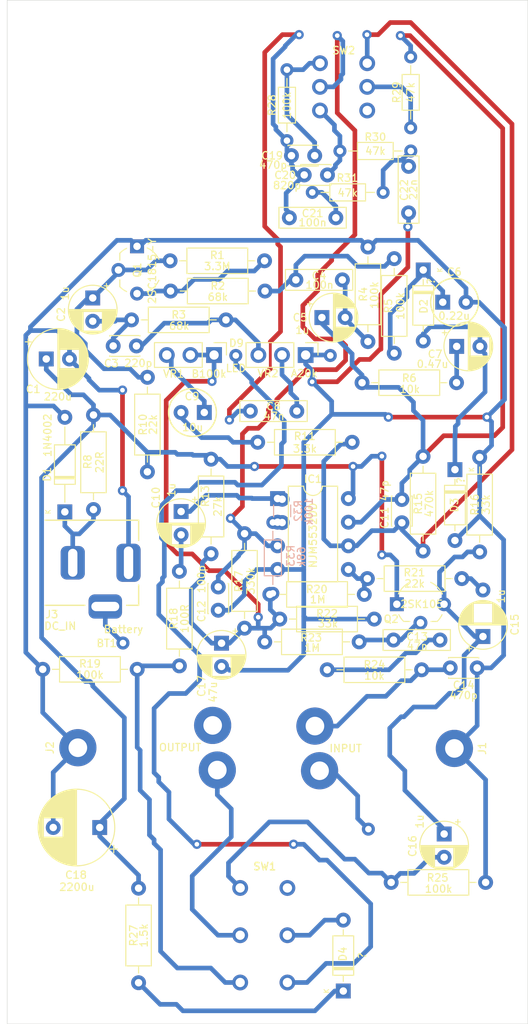
<source format=kicad_pcb>
(kicad_pcb (version 20240108) (generator "pcbnew") (generator_version "8.0")
  (layers (0 "F.Cu" signal) (31 "B.Cu" signal) (34 "B.Paste" user) (35 "F.Paste" user) (36 "B.SilkS" user "B.Silkscreen") (37 "F.SilkS" user "F.Silkscreen") (38 "B.Mask" user) (39 "F.Mask" user) (44 "Edge.Cuts" user))
  (net 0 "")
  (net 1 "Net-(C4-Pad1)")
  (net 2 "GND")
  (net 3 "Net-(C4-Pad2)")
  (net 4 "Net-(D2-K)")
  (net 5 "Net-(D2-A)")
  (net 6 "Net-(C7-Pad1)")
  (net 7 "VCC")
  (net 8 "Net-(Q1-C)")
  (net 9 "Net-(C2-Pad2)")
  (net 10 "Net-(C3-Pad2)")
  (net 11 "Net-(Q1-B)")
  (net 12 "Net-(C8-Pad1)")
  (net 13 "Net-(C10-Pad2)")
  (net 14 "Net-(C10-Pad1)")
  (net 15 "Net-(IC1A-+)")
  (net 16 "Net-(IC1A--)")
  (net 17 "Net-(D1-K)")
  (net 18 "Net-(D4-K)")
  (net 19 "Net-(D4-A)")
  (net 20 "Net-(D9-A)")
  (net 21 "Net-(BT1--)")
  (net 22 "Net-(BT1-+)")
  (net 23 "Net-(SW1A-A)")
  (net 24 "Net-(SW1A-B)")
  (net 25 "Net-(SW1A-C)")
  (net 26 "Net-(SW2B-B)")
  (net 27 "Net-(C19-Pad1)")
  (net 28 "Net-(SW2A-A)")
  (net 29 "Net-(SW2A-C)")
  (net 30 "Net-(C21-Pad2)")
  (net 31 "Net-(C22-Pad2)")
  (net 32 "BYPASS")
  (net 36 "Net-(Q2-G)")
  (net 37 "Net-(C13-Pad1)")
  (net 38 "Net-(C14-Pad2)")
  (net 39 "Net-(C11-Pad2)")
  (net 40 "Net-(IC1B--)")
  (net 41 "Net-(IC1B-+)")
  (net 42 "Net-(C15-Pad2)")
  (net 43 "Net-(C9-Pad1)")
  (net 44 "Net-(C9-Pad2)")
  (net 45 "VB")
  (footprint "Resistor_THT:R_Axial_DIN0204_L3.6mm_D1.6mm_P7.62mm_Horizontal" (layer "F.Cu") (at 2.09 -39.915 90)
    (property "Reference" "R28")
    (property "Value" "100k")
  )
  (footprint "Resistor_THT:R_Axial_DIN0207_L6.3mm_D2.5mm_P10.16mm_Horizontal" (layer "F.Cu") (at -24.18 16.9)
    (property "Reference" "R19")
    (property "Value" "100k")
  )
  (footprint "Capacitor_THT:CP_Radial_D5.0mm_P2.50mm" (layer "F.Cu") (at 23.175 13.375 90)
    (property "Reference" "C15")
    (property "Value" "1u")
  )
  (footprint "Resistor_THT:R_Axial_DIN0207_L6.3mm_D2.5mm_P10.16mm_Horizontal" (layer "F.Cu") (at 10.17 -13.9)
    (property "Reference" "R6")
    (property "Value" "10k")
  )
  (footprint "Resistor_THT:R_Axial_DIN0207_L6.3mm_D2.5mm_P10.16mm_Horizontal" (layer "F.Cu") (at -18.72 -0.27 90)
    (property "Reference" "R8")
    (property "Value" "22R")
  )
  (footprint "Connector_PinHeader_2.54mm:PinHeader_2x03_P2.54mm_Vertical" (layer "F.Cu") (at 5.645 -48.23)
    (property "Reference" "SW2")
    (property "Value" "SW2")
  )
  (footprint "Resistor_THT:R_Axial_DIN0207_L6.3mm_D2.5mm_P10.16mm_Horizontal" (layer "F.Cu") (at -13.87 50.58 90)
    (property "Reference" "R27")
    (property "Value" "1.5k")
  )
  (footprint "Resistor_THT:R_Axial_DIN0207_L6.3mm_D2.5mm_P10.16mm_Horizontal" (layer "F.Cu") (at -1.06 -7.5)
    (property "Reference" "R11")
    (property "Value" "3.3k")
  )
  (footprint "Capacitor_THT:C_Rect_L7.0mm_W2.0mm_P5.00mm" (layer "F.Cu") (at 15.175 -32.15 90)
    (property "Reference" "C22")
    (property "Value" "22n")
  )
  (footprint "myFoot:my_DC_Jack" (layer "F.Cu") (at -28.45 5.45)
    (property "Reference" "J3")
    (property "Value" "DC_IN")
  )
  (footprint "Resistor_THT:R_Axial_DIN0207_L6.3mm_D2.5mm_P10.16mm_Horizontal" (layer "F.Cu") (at 11.48 11.5 180)
    (property "Reference" "R22")
    (property "Value" "33k")
  )
  (footprint "Capacitor_THT:C_Rect_L7.0mm_W2.0mm_P5.00mm" (layer "F.Cu") (at 2.35 -31.625)
    (property "Reference" "C21")
    (property "Value" "100n")
  )
  (footprint "Diode_THT:D_DO-35_SOD27_P10.16mm_Horizontal" (layer "F.Cu") (at -21.8 -0.02 90)
    (property "Reference" "D1")
    (property "Value" "1N4002")
  )
  (footprint "Capacitor_THT:CP_Radial_D5.0mm_P2.50mm" (layer "F.Cu") (at -9.294888 -0.055114 -90)
    (property "Reference" "C10")
    (property "Value" "1u")
  )
  (footprint "Resistor_THT:R_Axial_DIN0204_L3.6mm_D1.6mm_P7.62mm_Horizontal" (layer "F.Cu") (at 15.4 -41.29 90)
    (property "Reference" "R29")
    (property "Value" "47k")
  )
  (footprint "Resistor_THT:R_Axial_DIN0207_L6.3mm_D2.5mm_P10.16mm_Horizontal" (layer "F.Cu") (at -6.07 -5.68 -90)
    (property "Reference" "R13")
    (property "Value" "27k")
  )
  (footprint "Resistor_THT:R_Axial_DIN0204_L3.6mm_D1.6mm_P7.62mm_Horizontal" (layer "F.Cu") (at 15.41 -38.8 180)
    (property "Reference" "R30")
    (property "Value" "47k")
  )
  (footprint "Diode_THT:D_DO-35_SOD27_P7.62mm_Horizontal" (layer "F.Cu") (at 8.15 51.47 90)
    (property "Reference" "D4")
    (property "Value" "?")
  )
  (footprint "myFoot:my_conn" (layer "F.Cu") (at -15.55 14.075)
    (property "Reference" "BT1")
    (property "Value" "Battery")
  )
  (footprint "Capacitor_THT:CP_Radial_D5.0mm_P2.50mm" (layer "F.Cu") (at 5.85 -20.9)
    (property "Reference" "C5")
    (property "Value" "1u")
  )
  (footprint "Capacitor_THT:C_Rect_L7.0mm_W2.0mm_P5.00mm" (layer "F.Cu") (at 3.15 -10.85 180)
    (property "Reference" "C8")
    (property "Value" "47n")
  )
  (footprint "Capacitor_THT:CP_Radial_D6.3mm_P2.50mm" (layer "F.Cu") (at -23.8 -16.45)
    (property "Reference" "C1")
    (property "Value" "220u")
  )
  (footprint "Package_DIP:DIP-8_W7.62mm" (layer "F.Cu") (at 1.08 -1.45)
    (property "Reference" "IC1")
    (property "Value" "NJM5532DD")
  )
  (footprint "Connector_PinHeader_2.54mm:PinHeader_1x03_P2.54mm_Vertical" (layer "F.Cu") (at -5.75 -16.875 -90)
    (property "Reference" "VR1")
    (property "Value" "B100k")
  )
  (footprint "Capacitor_THT:C_Disc_D3.0mm_W2.0mm_P2.50mm" (layer "F.Cu") (at 2.575 -38.3)
    (property "Reference" "C19")
    (property "Value" "470p")
  )
  (footprint "Capacitor_THT:C_Rect_L7.0mm_W2.0mm_P5.00mm" (layer "F.Cu") (at 18.55 13.75 180)
    (property "Reference" "C13")
    (property "Value" "47n")
  )
  (footprint "Resistor_THT:R_Axial_DIN0207_L6.3mm_D2.5mm_P10.16mm_Horizontal" (layer "F.Cu") (at 23.46 39.8 180)
    (property "Reference" "R25")
    (property "Value" "100k")
  )
  (footprint "Capacitor_THT:CP_Radial_D5.0mm_P2.50mm" (layer "F.Cu") (at -18.8 -23.005112 -90)
    (property "Reference" "C2")
    (property "Value" "1u")
  )
  (footprint "Capacitor_THT:CP_Radial_D5.0mm_P2.50mm" (layer "F.Cu") (at 19 34.594886 -90)
    (property "Reference" "C16")
    (property "Value" "1u")
  )
  (footprint "Capacitor_THT:C_Disc_D3.0mm_W2.0mm_P2.50mm" (layer "F.Cu") (at 14.45 1.15 90)
    (property "Reference" "C11")
    (property "Value" "47p")
  )
  (footprint "Capacitor_THT:C_Disc_D3.0mm_W2.0mm_P2.50mm" (layer "F.Cu") (at 3.95 -36.225)
    (property "Reference" "C20")
    (property "Value" "820p")
  )
  (footprint "Resistor_THT:R_Axial_DIN0207_L6.3mm_D2.5mm_P10.16mm_Horizontal" (layer "F.Cu") (at -2.47 12.48 90)
    (property "Reference" "R17")
    (property "Value" "330k")
  )
  (footprint "Package_TO_SOT_THT:TO-92_Wide" (layer "F.Cu") (at -14.035 -28.555 -90)
    (property "Reference" "Q1")
    (property "Value" "2SC1815-Y")
  )
  (footprint "Resistor_THT:R_Axial_DIN0207_L6.3mm_D2.5mm_P10.16mm_Horizontal" (layer "F.Cu") (at 16.73 4.18 90)
    (property "Reference" "R15")
    (property "Value" "470k")
  )
  (footprint "Capacitor_THT:CP_Radial_D5.0mm_P2.50mm" (layer "F.Cu") (at -4.944888 14.094886 -90)
    (property "Reference" "C17")
    (property "Value" "47u")
  )
  (footprint "myFoot:Audio_Jack_EX" (layer "F.Cu") (at 20.1 25.4 -90)
    (property "Reference" "J1")
    (property "Value" "INPUT")
  )
  (footprint "Capacitor_THT:C_Disc_D3.0mm_W2.0mm_P2.50mm" (layer "F.Cu") (at 22.35 16.75 180)
    (property "Reference" "C14")
    (property "Value" "470p")
  )
  (footprint "Capacitor_THT:C_Rect_L7.0mm_W2.0mm_P5.00mm" (layer "F.Cu") (at 3.05 -24.95)
    (property "Reference" "C4")
    (property "Value" "100n")
  )
  (footprint "Connector_PinHeader_2.54mm:PinHeader_1x03_P2.54mm_Vertical" (layer "F.Cu") (at 4.1 -16.875 -90)
    (property "Reference" "VR2")
    (property "Value" "A20k")
  )
  (footprint "Resistor_THT:R_Axial_DIN0204_L3.6mm_D1.6mm_P7.62mm_Horizontal" (layer "F.Cu") (at 4.815 -34.35)
    (property "Reference" "R31")
    (property "Value" "47k")
  )
  (footprint "myFoot:Audio_Jack_EX" (layer "F.Cu") (at -20.4 25.325 90)
    (property "Reference" "J2")
    (property "Value" "OUTPUT")
  )
  (footprint "Capacitor_THT:C_Disc_D3.0mm_W2.0mm_P2.50mm" (layer "F.Cu") (at -5.3 10.55 90)
    (property "Reference" "C12")
    (property "Value" "100p")
  )
  (footprint "Capacitor_THT:CP_Radial_D5.0mm_P2.50mm" (layer "F.Cu") (at 20.35 -17.8)
    (property "Reference" "C7")
    (property "Value" "0.47u")
  )
  (footprint "Capacitor_THT:C_Disc_D3.0mm_W2.0mm_P2.50mm" (layer "F.Cu") (at -16.6 -17.85)
    (property "Reference" "C3")
    (property "Value" "220p")
  )
  (footprint "Resistor_THT:R_Axial_DIN0207_L6.3mm_D2.5mm_P10.16mm_Horizontal" (layer "F.Cu") (at 22.82 -5.88 -90)
    (property "Reference" "R16")
    (property "Value" "33k")
  )
  (footprint "Resistor_THT:R_Axial_DIN0207_L6.3mm_D2.5mm_P10.16mm_Horizontal" (layer "F.Cu") (at -0.32 -27 180)
    (property "Reference" "R1")
    (property "Value" "3.3M")
  )
  (footprint "Capacitor_THT:CP_Radial_D8.0mm_P5.00mm" (layer "F.Cu") (at -18.05 33.9 180)
    (property "Reference" "C18")
    (property "Value" "2200u")
  )
  (footprint "Diode_THT:D_DO-35_SOD27_P7.62mm_Horizontal" (layer "F.Cu") (at 16.75 -26.01 -90)
    (property "Reference" "D2")
    (property "Value" "?")
  )
  (footprint "Resistor_THT:R_Axial_DIN0207_L6.3mm_D2.5mm_P10.16mm_Horizontal" (layer "F.Cu") (at -0.3 13.95)
    (property "Reference" "R23")
    (property "Value" "1M")
  )
  (footprint "Resistor_THT:R_Axial_DIN0207_L6.3mm_D2.5mm_P10.16mm_Horizontal" (layer "F.Cu") (at -9.48 6.37 -90)
    (property "Reference" "R18")
    (property "Value" "100R")
  )
  (footprint "Connector_PinHeader_2.54mm:PinHeader_2x03_P2.54mm_Vertical" (layer "F.Cu") (at -2.94 40.395)
    (property "Reference" "SW1")
    (property "Value" "SW1")
  )
  (footprint "Resistor_THT:R_Axial_DIN0207_L6.3mm_D2.5mm_P10.16mm_Horizontal" (layer "F.Cu") (at -14.63 -20.65)
    (property "Reference" "R3")
    (property "Value" "68k")
  )
  (footprint "Resistor_THT:R_Axial_DIN0207_L6.3mm_D2.5mm_P10.16mm_Horizontal" (layer "F.Cu") (at 10.8 -28.48 -90)
    (property "Reference" "R4")
    (property "Value" "100k")
  )
  (footprint "Diode_THT:D_DO-35_SOD27_P7.62mm_Horizontal" (layer "F.Cu") (at 20.16 -4.56 -90)
    (property "Reference" "D3")
    (property "Value" "?")
  )
  (footprint "myFoot:my_C_NP_P2.50mm" (layer "F.Cu") (at 18.85 -22.55)
    (property "Reference" "C6")
    (property "Value" "0.22u")
  )
  (footprint "Resistor_THT:R_Axial_DIN0207_L6.3mm_D2.5mm_P10.16mm_Horizontal" (layer "F.Cu") (at 13.63 -17.07 90)
    (property "Reference" "R5")
    (property "Value" "100k")
  )
  (footprint "Resistor_THT:R_Axial_DIN0207_L6.3mm_D2.5mm_P10.16mm_Horizontal" (layer "F.Cu") (at 0.25 8.85)
    (property "Reference" "R20")
    (property "Value" "1M")
  )
  (footprint "myFoot:my_conn" (layer "F.Cu") (at 6.75 -16.825 90)
    (property "Reference" "D9")
    (property "Value" "LED")
  )
  (footprint "Resistor_THT:R_Axial_DIN0207_L6.3mm_D2.5mm_P10.16mm_Horizontal" (layer "F.Cu") (at 16.58 16.95 180)
    (property "Reference" "R24")
    (property "Value" "10k")
  )
  (footprint "Resistor_THT:R_Axial_DIN0207_L6.3mm_D2.5mm_P10.16mm_Horizontal" (layer "F.Cu") (at 20.9 7.15 180)
    (property "Reference" "R21")
    (property "Value" "22k")
  )
  (footprint "Resistor_THT:R_Axial_DIN0207_L6.3mm_D2.5mm_P10.16mm_Horizontal" (layer "F.Cu") (at -0.27 -23.75 180)
    (property "Reference" "R2")
    (property "Value" "68k")
  )
  (footprint "myFoot:my_C_NP_P2.50mm" (layer "F.Cu") (at -6.8 -10.7 180)
    (property "Reference" "C9")
    (property "Value" "10u")
  )
  (footprint "Resistor_THT:R_Axial_DIN0207_L6.3mm_D2.5mm_P10.16mm_Horizontal" (layer "F.Cu") (at -12.92 -14.48 -90)
    (property "Reference" "R10")
    (property "Value" "22k")
  )
  (footprint "Package_TO_SOT_THT:TO-92_Wide" (layer "F.Cu") (at 13.91 9.905)
    (property "Reference" "Q2")
    (property "Value" "2SK105")
  )
  (footprint "Capacitor_THT:C_Disc_D3.0mm_W1.6mm_P2.50mm" (layer "B.Cu") (at 1.575 1.125 90)
    (property "Reference" "R32")
    (property "Value" "100k")
  )
  (footprint "Resistor_THT:R_Axial_DIN0204_L3.6mm_D1.6mm_P7.62mm_Horizontal" (layer "B.Cu") (at 0.575 8.735 90)
    (property "Reference" "R33")
    (property "Value" "68k")
  )
  (gr_rect (start -28 -55) (end 28 55) (stroke (width 0.05)) (fill none) (layer "Edge.Cuts"))
  (segment (start 9.7 -26.4) (end 12.6 -26.4) (width 0.5) (layer "B.Cu") (net 1))
  (segment (start 2.45 -24.95) (end 1.25 -23.75) (width 0.5) (layer "B.Cu") (net 1))
  (segment (start 1.25 -23.75) (end -0.27 -23.75) (width 0.5) (layer "B.Cu") (net 1))
  (segment (start 8.6 -27.5) (end 9.7 -26.4) (width 0.5) (layer "B.Cu") (net 1))
  (segment (start 13.43 -27.23) (end 13.63 -27.23) (width 0.5) (layer "B.Cu") (net 1))
  (segment (start 12.6 -26.4) (end 13.43 -27.23) (width 0.5) (layer "B.Cu") (net 1))
  (segment (start 4 -27.5) (end 8.6 -27.5) (width 0.5) (layer "B.Cu") (net 1))
  (segment (start 3.05 -24.95) (end 2.45 -24.95) (width 0.5) (layer "B.Cu") (net 1))
  (segment (start 3.05 -24.95) (end 3.05 -26.55) (width 0.5) (layer "B.Cu") (net 1))
  (segment (start 3.05 -26.55) (end 4 -27.5) (width 0.5) (layer "B.Cu") (net 1))
  (segment (start 12.1 -17.5) (end 12.2 -17.5) (width 0.5) (layer "F.Cu") (net 2))
  (segment (start 15.1 -26.3) (end 15.1 -30.649517) (width 0.5) (layer "F.Cu") (net 2))
  (segment (start 12.2 -23.4) (end 15.1 -26.3) (width 0.5) (layer "F.Cu") (net 2))
  (segment (start 7.5 -14) (end 9.9 -16.4) (width 0.5) (layer "F.Cu") (net 2))
  (segment (start 13 -10.2) (end 23.6 -10.2) (width 0.5) (layer "F.Cu") (net 2))
  (segment (start -15.6 -2.3) (end -15.6 -13.1) (width 0.5) (layer "F.Cu") (net 2))
  (segment (start 4.8 -14) (end 7.5 -14) (width 0.5) (layer "F.Cu") (net 2))
  (segment (start 15.1 -30.649517) (end 15.097517 -30.652) (width 0.5) (layer "F.Cu") (net 2))
  (segment (start 9.9 -16.4) (end 11 -16.4) (width 0.5) (layer "F.Cu") (net 2))
  (segment (start 11 -16.4) (end 12.1 -17.5) (width 0.5) (layer "F.Cu") (net 2))
  (segment (start 12.2 -17.5) (end 12.2 -23.4) (width 0.5) (layer "F.Cu") (net 2))
  (via (at -15.6 -2.3) (size 1) (drill 0.5) (layers "F.Cu" "B.Cu") (net 2))
  (via (at -15.6 -13.1) (size 1) (drill 0.5) (layers "F.Cu" "B.Cu") (net 2))
  (via (at 13 -10.2) (size 1) (drill 0.5) (layers "F.Cu" "B.Cu") (net 2))
  (via (at 23.6 -10.2) (size 1) (drill 0.5) (layers "F.Cu" "B.Cu") (net 2))
  (via (at 15.097517 -30.652) (size 1) (drill 0.5) (layers "F.Cu" "B.Cu") (net 2))
  (via (at 4.8 -14) (size 1) (drill 0.5) (layers "F.Cu" "B.Cu") (net 2))
  (segment (start 23.46 39.8) (end 23.46 28.76) (width 0.5) (layer "B.Cu") (net 2))
  (segment (start -14.95 5.45) (end -14.95 -1.65) (width 0.5) (layer "B.Cu") (net 2))
  (segment (start -4.1 17) (end 2.2 17) (width 0.5) (layer "B.Cu") (net 2))
  (segment (start -26 15.08) (end -24.18 16.9) (width 0.5) (layer "B.Cu") (net 2))
  (segment (start 22.55 22.95) (end 22.55 16.75) (width 0.5) (layer "B.Cu") (net 2))
  (segment (start -13.745 -28.555) (end -13.1 -29.2) (width 0.5) (layer "B.Cu") (net 2))
  (segment (start -25.5 -19.5) (end -26 -19) (width 0.5) (layer "B.Cu") (net 2))
  (segment (start -24.18 21.545) (end -20.4 25.325) (width 0.5) (layer "B.Cu") (net 2))
  (segment (start 22.75 -22.55) (end 25.5 -19.8) (width 0.5) (layer "B.Cu") (net 2))
  (segment (start 24.1 -9.7) (end 24.1 -7.16) (width 0.5) (layer "B.Cu") (net 2))
  (segment (start 11.48 11.5) (end 4.2 11.5) (width 0.5) (layer "B.Cu") (net 2))
  (segment (start 22.82 0.4) (end 22.82 -5.88) (width 0.5) (layer "B.Cu") (net 2))
  (segment (start 23.6 -10.2) (end 24.1 -9.7) (width 0.5) (layer "B.Cu") (net 2))
  (segment (start 21.35 -24.05) (end 21.35 -22.55) (width 0.5) (layer "B.Cu") (net 2))
  (segment (start 3.9 -7.5) (end 6.9 -10.5) (width 0.5) (layer "B.Cu") (net 2))
  (segment (start 6.9 -10.5) (end 6.9 -11.9) (width 0.5) (layer "B.Cu") (net 2))
  (segment (start 22.55 16.75) (end 24.05 16.75) (width 0.5) (layer "B.Cu") (net 2))
  (segment (start 25.5 -19.8) (end 25.5 -12.1) (width 0.5) (layer "B.Cu") (net 2))
  (segment (start -2.5 7.5) (end -1.17 6.17) (width 0.5) (layer "B.Cu") (net 2))
  (segment (start 15.175 -32.15) (end 15.175 -30.729483) (width 0.5) (layer "B.Cu") (net 2))
  (segment (start -25.5 -19.5) (end -25.5 -19.9) (width 0.5) (layer "B.Cu") (net 2))
  (segment (start -21.3 -18.2) (end -22.6 -19.5) (width 0.5) (layer "B.Cu") (net 2))
  (segment (start -19.2 -14.35) (end -21.3 -16.45) (width 0.5) (layer "B.Cu") (net 2))
  (segment (start -14.035 -28.555) (end -13.745 -28.555) (width 0.5) (layer "B.Cu") (net 2))
  (segment (start 20.16 3.06) (end 22.82 0.4) (width 0.5) (layer "B.Cu") (net 2))
  (segment (start 3.87 6.17) (end 3.9 6.2) (width 0.5) (layer "B.Cu") (net 2))
  (segment (start 20.1 25.4) (end 22.55 22.95) (width 0.5) (layer "B.Cu") (net 2))
  (segment (start -4.505114 16.594886) (end -4.2 16.9) (width 0.5) (layer "B.Cu") (net 2))
  (segment (start 4.1 -15.9) (end 4.1 -16.875) (width 0.5) (layer "B.Cu") (net 2))
  (segment (start 4.1 -16.875) (end 6.7 -16.875) (width 0.5) (layer "B.Cu") (net 2))
  (segment (start -21.3 -16.45) (end -21.3 -18.2) (width 0.5) (layer "B.Cu") (net 2))
  (segment (start 6.7 -16.875) (end 6.75 -16.825) (width 0.5) (layer "B.Cu") (net 2))
  (segment (start -22.6 -19.5) (end -25.5 -19.5) (width 0.5) (layer "B.Cu") (net 2))
  (segment (start -23.02 -11.4) (end -26 -11.4) (width 0.5) (layer "B.Cu") (net 2))
  (segment (start 4.8 -14) (end 4.8 -15.2) (width 0.5) (layer "B.Cu") (net 2))
  (segment (start -4.944888 16.594886) (end -4.505114 16.594886) (width 0.5) (layer "B.Cu") (net 2))
  (segment (start 25.4 15.4) (end 25.4 2.98) (width 0.5) (layer "B.Cu") (net 2))
  (segment (start 24.1 -7.16) (end 22.82 -5.88) (width 0.5) (layer "B.Cu") (net 2))
  (segment (start -2.5 8.9) (end -2.5 7.5) (width 0.5) (layer "B.Cu") (net 2))
  (segment (start -14.68 -29.2) (end -14.035 -28.555) (width 0.5) (layer "B.Cu") (net 2))
  (segment (start -4.15 10.55) (end -2.5 8.9) (width 0.5) (layer "B.Cu") (net 2))
  (segment (start 21.35 -22.55) (end 22.75 -22.55) (width 0.5) (layer "B.Cu") (net 2))
  (segment (start -19.2 -14.2) (end -19.2 -14.35) (width 0.5) (layer "B.Cu") (net 2))
  (segment (start -24.18 16.9) (end -24.18 21.545) (width 0.5) (layer "B.Cu") (net 2))
  (segment (start -16.2 -29.2) (end -14.68 -29.2) (width 0.5) (layer "B.Cu") (net 2))
  (segment (start -26 -19) (end -26 -11.4) (width 0.5) (layer "B.Cu") (net 2))
  (segment (start 3.9 6.2) (end 3.9 -7.5) (width 0.5) (layer "B.Cu") (net 2))
  (segment (start 25.5 -12.1) (end 23.6 -10.2) (width 0.5) (layer "B.Cu") (net 2))
  (segment (start 3.9 15.3) (end 3.9 11.2) (width 0.5) (layer "B.Cu") (net 2))
  (segment (start -18.1 -13.1) (end -19.2 -14.2) (width 0.5) (layer "B.Cu") (net 2))
  (segment (start 2.2 17) (end 3.9 15.3) (width 0.5) (layer "B.Cu") (net 2))
  (segment (start 11.7 -29.2) (end 16.2 -29.2) (width 0.5) (layer "B.Cu") (net 2))
  (segment (start 10.08 -29.2) (end 10.8 -28.48) (width 0.5) (layer "B.Cu") (net 2))
  (segment (start 12.7 -10.5) (end 13 -10.2) (width 0.5) (layer "B.Cu") (net 2))
  (segment (start -14.95 -1.65) (end -15.6 -2.3) (width 0.5) (layer "B.Cu") (net 2))
  (segment (start 10.8 -28.48) (end 10.98 -28.48) (width 0.5) (layer "B.Cu") (net 2))
  (segment (start -25.5 -19.9) (end -16.2 -29.2) (width 0.5) (layer "B.Cu") (net 2))
  (segment (start -1.17 6.17) (end 1.08 6.17) (width 0.5) (layer "B.Cu") (net 2))
  (segment (start 4.8 -15.2) (end 4.1 -15.9) (width 0.5) (layer "B.Cu") (net 2))
  (segment (start 4.2 11.5) (end 3.9 11.2) (width 0.5) (layer "B.Cu") (net 2))
  (segment (start -26 -11.4) (end -26 15.08) (width 0.5) (layer "B.Cu") (net 2))
  (segment (start 23.46 28.76) (end 20.1 25.4) (width 0.5) (layer "B.Cu") (net 2))
  (segment (start -21.8 -10.18) (end -23.02 -11.4) (width 0.5) (layer "B.Cu") (net 2))
  (segment (start 6.9 -10.5) (end 12.7 -10.5) (width 0.5) (layer "B.Cu") (net 2))
  (segment (start -15.6 -13.1) (end -18.1 -13.1) (width 0.5) (layer "B.Cu") (net 2))
  (segment (start 25.4 2.98) (end 22.82 0.4) (width 0.5) (layer "B.Cu") (net 2))
  (segment (start -5.3 10.55) (end -4.15 10.55) (width 0.5) (layer "B.Cu") (net 2))
  (segment (start -23.05 33.9) (end -23.05 27.975) (width 0.5) (layer "B.Cu") (net 2))
  (segment (start 3.9 11.2) (end 3.9 6.2) (width 0.5) (layer "B.Cu") (net 2))
  (segment (start 15.175 -30.729483) (end 15.097517 -30.652) (width 0.5) (layer "B.Cu") (net 2))
  (segment (start -23.05 27.975) (end -20.4 25.325) (width 0.5) (layer "B.Cu") (net 2))
  (segment (start 24.05 16.75) (end 25.4 15.4) (width 0.5) (layer "B.Cu") (net 2))
  (segment (start 10.98 -28.48) (end 11.7 -29.2) (width 0.5) (layer "B.Cu") (net 2))
  (segment (start 16.2 -29.2) (end 21.35 -24.05) (width 0.5) (layer "B.Cu") (net 2))
  (segment (start 6.9 -11.9) (end 4.8 -14) (width 0.5) (layer "B.Cu") (net 2))
  (segment (start 1.08 6.17) (end 3.87 6.17) (width 0.5) (layer "B.Cu") (net 2))
  (segment (start -13.1 -29.2) (end 10.08 -29.2) (width 0.5) (layer "B.Cu") (net 2))
  (segment (start -4.2 16.9) (end -4.1 17) (width 0.5) (layer "B.Cu") (net 2))
  (segment (start 8.35 -20.9) (end 8.35 -24.65) (width 0.5) (layer "B.Cu") (net 3))
  (segment (start 8.35 -24.65) (end 8.05 -24.95) (width 0.5) (layer "B.Cu") (net 3))
  (segment (start 8.35 -20.9) (end 8.35 -20.77) (width 0.5) (layer "B.Cu") (net 3))
  (segment (start 8.35 -20.77) (end 10.8 -18.32) (width 0.5) (layer "B.Cu") (net 3))
  (segment (start 13.63 -17.07) (end 13.2 -17.5) (width 0.5) (layer "B.Cu") (net 4))
  (segment (start 16.75 -25.65) (end 16.75 -26.01) (width 0.5) (layer "B.Cu") (net 4))
  (segment (start 13.2 -17.5) (end 13.2 -21.3) (width 0.5) (layer "B.Cu") (net 4))
  (segment (start 15 -23.9) (end 16.75 -25.65) (width 0.5) (layer "B.Cu") (net 4))
  (segment (start 18.85 -23.75) (end 18.85 -22.55) (width 0.5) (layer "B.Cu") (net 4))
  (segment (start 16.75 -25.85) (end 18.85 -23.75) (width 0.5) (layer "B.Cu") (net 4))
  (segment (start 15 -23.1) (end 15 -23.9) (width 0.5) (layer "B.Cu") (net 4))
  (segment (start 13.2 -21.3) (end 15 -23.1) (width 0.5) (layer "B.Cu") (net 4))
  (segment (start 16.75 -26.01) (end 16.75 -25.85) (width 0.5) (layer "B.Cu") (net 4))
  (segment (start 20.2 -8.4) (end 20.16 -8.36) (width 0.5) (layer "B.Cu") (net 5))
  (segment (start 22.85 -17.55) (end 23.4 -17) (width 0.5) (layer "B.Cu") (net 5))
  (segment (start 20.16 -8.36) (end 20.16 -4.56) (width 0.5) (layer "B.Cu") (net 5))
  (segment (start 17.5 -19.9) (end 22 -19.9) (width 0.5) (layer "B.Cu") (net 5))
  (segment (start 20.5 -9.5) (end 20.2 -9.2) (width 0.5) (layer "B.Cu") (net 5))
  (segment (start 20.5 -10) (end 20.5 -9.5) (width 0.5) (layer "B.Cu") (net 5))
  (segment (start 23.4 -17) (end 23.4 -12.9) (width 0.5) (layer "B.Cu") (net 5))
  (segment (start 22 -19.9) (end 22.85 -19.05) (width 0.5) (layer "B.Cu") (net 5))
  (segment (start 22.85 -19.05) (end 22.85 -17.8) (width 0.5) (layer "B.Cu") (net 5))
  (segment (start 16.75 -19.15) (end 17.5 -19.9) (width 0.5) (layer "B.Cu") (net 5))
  (segment (start 20.2 -9.2) (end 20.2 -8.4) (width 0.5) (layer "B.Cu") (net 5))
  (segment (start 22.85 -17.8) (end 22.85 -17.55) (width 0.5) (layer "B.Cu") (net 5))
  (segment (start 16.75 -18.39) (end 16.75 -19.15) (width 0.5) (layer "B.Cu") (net 5))
  (segment (start 23.4 -12.9) (end 20.5 -10) (width 0.5) (layer "B.Cu") (net 5))
  (segment (start 20.35 -17.8) (end 20.35 -13.92) (width 0.5) (layer "B.Cu") (net 6))
  (segment (start 20.35 -13.92) (end 20.33 -13.9) (width 0.5) (layer "B.Cu") (net 6))
  (segment (start -1.4 -4.9) (end 9.2 -4.9) (width 0.5) (layer "F.Cu") (net 7))
  (segment (start 12.3 -6) (end 12.3 -5.5) (width 0.5) (layer "F.Cu") (net 7))
  (segment (start 12.3 -5.5) (end 12.3 4.6) (width 0.5) (layer "F.Cu") (net 7))
  (via (at 12.3 4.6) (size 1) (drill 0.5) (layers "F.Cu" "B.Cu") (net 7))
  (via (at 12.3 -6) (size 1) (drill 0.5) (layers "F.Cu" "B.Cu") (net 7))
  (via (at 9.2 -4.9) (size 1) (drill 0.5) (layers "F.Cu" "B.Cu") (net 7))
  (via (at -1.4 -4.9) (size 1) (drill 0.5) (layers "F.Cu" "B.Cu") (net 7))
  (segment (start -18.72 -10.43) (end -18.72 -11.52) (width 0.5) (layer "B.Cu") (net 7))
  (segment (start -15.4 22.1) (end -15.4 30.8) (width 0.5) (layer "B.Cu") (net 7))
  (segment (start -12.92 -6.42) (end -9.92 -6.42) (width 0.5) (layer "B.Cu") (net 7))
  (segment (start -18.72 -11.52) (end -19.8 -12.6) (width 0.5) (layer "B.Cu") (net 7))
  (segment (start -5.08 -5.68) (end -4.3 -4.9) (width 0.5) (layer "B.Cu") (net 7))
  (segment (start -18.8 18.7) (end -15.4 22.1) (width 0.5) (layer "B.Cu") (net 7))
  (segment (start -19.6 18.2) (end -19.1 18.2) (width 0.5) (layer "B.Cu") (net 7))
  (segment (start -18.72 -10.43) (end -18.72 -9.28) (width 0.5) (layer "B.Cu") (net 7))
  (segment (start -21.1 -12.6) (end -23.8 -15.3) (width 0.5) (layer "B.Cu") (net 7))
  (segment (start -8 -6.1) (end -6.49 -6.1) (width 0.5) (layer "B.Cu") (net 7))
  (segment (start -9.7 -6.2) (end -8.1 -6.2) (width 0.5) (layer "B.Cu") (net 7))
  (segment (start 10.1 -4.9) (end 11.2 -6) (width 0.5) (layer "B.Cu") (net 7))
  (segment (start -9.92 -6.42) (end -9.7 -6.2) (width 0.5) (layer "B.Cu") (net 7))
  (segment (start -12.92 -6.42) (end -12.92 -4.32) (width 0.5) (layer "B.Cu") (net 7))
  (segment (start -6.49 -6.1) (end -6.07 -5.68) (width 0.5) (layer "B.Cu") (net 7))
  (segment (start -19.8 -12.6) (end -21.1 -12.6) (width 0.5) (layer "B.Cu") (net 7))
  (segment (start 9.2 -1.95) (end 8.7 -1.45) (width 0.5) (layer "B.Cu") (net 7))
  (segment (start -13.87 39.03) (end -13.87 40.42) (width 0.5) (layer "B.Cu") (net 7))
  (segment (start -8.1 -6.2) (end -8 -6.1) (width 0.5) (layer "B.Cu") (net 7))
  (segment (start -24.3 -3.7) (end -24.3 13.5) (width 0.5) (layer "B.Cu") (net 7))
  (segment (start -18.05 34.85) (end -13.87 39.03) (width 0.5) (layer "B.Cu") (net 7))
  (segment (start -15.4 30.8) (end -18.05 33.45) (width 0.5) (layer "B.Cu") (net 7))
  (segment (start -18.05 33.45) (end -18.05 33.9) (width 0.5) (layer "B.Cu") (net 7))
  (segment (start -18.05 33.9) (end -18.05 34.85) (width 0.5) (layer "B.Cu") (net 7))
  (segment (start -24.3 13.5) (end -19.6 18.2) (width 0.5) (layer "B.Cu") (net 7))
  (segment (start -16.93 -10.43) (end -12.92 -6.42) (width 0.5) (layer "B.Cu") (net 7))
  (segment (start -23.8 -15.3) (end -23.8 -16.45) (width 0.5) (layer "B.Cu") (net 7))
  (segment (start 13.91 5.31) (end 13.91 9.08) (width 0.5) (layer "B.Cu") (net 7))
  (segment (start 9.2 -4.9) (end 9.2 -1.95) (width 0.5) (layer "B.Cu") (net 7))
  (segment (start -4.3 -4.9) (end -1.4 -4.9) (width 0.5) (layer "B.Cu") (net 7))
  (segment (start 13.2 4.6) (end 13.91 5.31) (width 0.5) (layer "B.Cu") (net 7))
  (segment (start 11.2 -6) (end 12.3 -6) (width 0.5) (layer "B.Cu") (net 7))
  (segment (start -18.72 -10.43) (end -16.93 -10.43) (width 0.5) (layer "B.Cu") (net 7))
  (segment (start 12.3 4.6) (end 13.2 4.6) (width 0.5) (layer "B.Cu") (net 7))
  (segment (start -6.07 -5.68) (end -5.08 -5.68) (width 0.5) (layer "B.Cu") (net 7))
  (segment (start -19.1 18.2) (end -18.8 18.5) (width 0.5) (layer "B.Cu") (net 7))
  (segment (start 9.2 -4.9) (end 10.1 -4.9) (width 0.5) (layer "B.Cu") (net 7))
  (segment (start -18.72 -9.28) (end -24.3 -3.7) (width 0.5) (layer "B.Cu") (net 7))
  (segment (start -18.8 18.5) (end -18.8 18.7) (width 0.5) (layer "B.Cu") (net 7))
  (segment (start -19.294888 -23.005112) (end -20.5 -21.8) (width 0.5) (layer "B.Cu") (net 8))
  (segment (start -17.6 -15.4) (end -14.8 -15.4) (width 0.5) (layer "B.Cu") (net 8))
  (segment (start -19.6 -17.4) (end -17.6 -15.4) (width 0.5) (layer "B.Cu") (net 8))
  (segment (start -14.8 -15.4) (end -13.88 -14.48) (width 0.5) (layer "B.Cu") (net 8))
  (segment (start -20.5 -21.8) (end -20.5 -19) (width 0.5) (layer "B.Cu") (net 8))
  (segment (start -10.48 -27) (end -12 -27) (width 0.5) (layer "B.Cu") (net 8))
  (segment (start -20.5 -19) (end -19.6 -18.1) (width 0.5) (layer "B.Cu") (net 8))
  (segment (start -16.035 -26.015) (end -16.035 -25.770112) (width 0.5) (layer "B.Cu") (net 8))
  (segment (start -12.985 -26.015) (end -16.035 -26.015) (width 0.5) (layer "B.Cu") (net 8))
  (segment (start -13.88 -14.48) (end -12.92 -14.48) (width 0.5) (layer "B.Cu") (net 8))
  (segment (start -12 -27) (end -12.985 -26.015) (width 0.5) (layer "B.Cu") (net 8))
  (segment (start -16.035 -25.770112) (end -18.8 -23.005112) (width 0.5) (layer "B.Cu") (net 8))
  (segment (start -18.8 -23.005112) (end -19.294888 -23.005112) (width 0.5) (layer "B.Cu") (net 8))
  (segment (start -19.6 -18.1) (end -19.6 -17.4) (width 0.5) (layer "B.Cu") (net 8))
  (segment (start -18.8 -20.505112) (end -16.405112 -20.505112) (width 0.5) (layer "B.Cu") (net 9))
  (segment (start -16.6 -18.68) (end -14.63 -20.65) (width 0.5) (layer "B.Cu") (net 9))
  (segment (start -16.4 -20.5) (end -16.25 -20.65) (width 0.5) (layer "B.Cu") (net 9))
  (segment (start -16.6 -17.85) (end -16.6 -18.68) (width 0.5) (layer "B.Cu") (net 9))
  (segment (start -16.405112 -20.505112) (end -16.4 -20.5) (width 0.5) (layer "B.Cu") (net 9))
  (segment (start -16.25 -20.65) (end -14.63 -20.65) (width 0.5) (layer "B.Cu") (net 9))
  (segment (start -0.98 -18.18) (end -0.98 -16.875) (width 0.5) (layer "B.Cu") (net 10))
  (segment (start -6.05 -20.65) (end -4.47 -20.65) (width 0.5) (layer "B.Cu") (net 10))
  (segment (start -6.4 -20.3) (end -6.05 -20.65) (width 0.5) (layer "B.Cu") (net 10))
  (segment (start -13.55 -17.85) (end -11.1 -20.3) (width 0.5) (layer "B.Cu") (net 10))
  (segment (start -3.45 -20.65) (end -0.98 -18.18) (width 0.5) (layer "B.Cu") (net 10))
  (segment (start -14.1 -17.85) (end -13.55 -17.85) (width 0.5) (layer "B.Cu") (net 10))
  (segment (start -4.47 -20.65) (end -3.45 -20.65) (width 0.5) (layer "B.Cu") (net 10))
  (segment (start -11.1 -20.3) (end -6.4 -20.3) (width 0.5) (layer "B.Cu") (net 10))
  (segment (start -12.325 -23.475) (end -14.035 -23.475) (width 0.5) (layer "B.Cu") (net 11))
  (segment (start -10.43 -23.75) (end -9.15 -23.75) (width 0.5) (layer "B.Cu") (net 11))
  (segment (start -5.2 -25) (end -4.3 -25.9) (width 0.5) (layer "B.Cu") (net 11))
  (segment (start -7.9 -25) (end -5.2 -25) (width 0.5) (layer "B.Cu") (net 11))
  (segment (start -9.15 -23.75) (end -7.9 -25) (width 0.5) (layer "B.Cu") (net 11))
  (segment (start -12.05 -23.75) (end -12.325 -23.475) (width 0.5) (layer "B.Cu") (net 11))
  (segment (start -1.42 -25.9) (end -0.32 -27) (width 0.5) (layer "B.Cu") (net 11))
  (segment (start -4.3 -25.9) (end -1.42 -25.9) (width 0.5) (layer "B.Cu") (net 11))
  (segment (start -10.43 -23.75) (end -12.05 -23.75) (width 0.5) (layer "B.Cu") (net 11))
  (segment (start 2.5 -12.8) (end 3.15 -12.15) (width 0.5) (layer "B.Cu") (net 12))
  (segment (start 2.5 -13.8) (end 2.5 -12.8) (width 0.5) (layer "B.Cu") (net 12))
  (segment (start 1.56 -16.875) (end 1.56 -14.74) (width 0.5) (layer "B.Cu") (net 12))
  (segment (start 1.56 -14.74) (end 2.5 -13.8) (width 0.5) (layer "B.Cu") (net 12))
  (segment (start 3.15 -12.15) (end 3.15 -10.85) (width 0.5) (layer "B.Cu") (net 12))
  (segment (start -9.294888 6.184888) (end -9.48 6.37) (width 0.5) (layer "B.Cu") (net 13))
  (segment (start -9.294888 2.444886) (end -9.294888 6.184888) (width 0.5) (layer "B.Cu") (net 13))
  (segment (start 1.155 -1.375) (end 1.08 -1.45) (width 0.5) (layer "B.Cu") (net 14))
  (segment (start 1.08 -1.45) (end -1.65 -1.45) (width 0.5) (layer "B.Cu") (net 14))
  (segment (start -8.344886 -0.055114) (end -9.294888 -0.055114) (width 0.5) (layer "B.Cu") (net 14))
  (segment (start 1.575 -1.375) (end 1.155 -1.375) (width 0.5) (layer "B.Cu") (net 14))
  (segment (start -1.65 -1.45) (end -1.7 -1.5) (width 0.5) (layer "B.Cu") (net 14))
  (segment (start -3 -1.5) (end -3.3 -1.8) (width 0.5) (layer "B.Cu") (net 14))
  (segment (start -3.3 -1.8) (end -6.6 -1.8) (width 0.5) (layer "B.Cu") (net 14))
  (segment (start -6.6 -1.8) (end -8.344886 -0.055114) (width 0.5) (layer "B.Cu") (net 14))
  (segment (start -1.7 -1.5) (end -3 -1.5) (width 0.5) (layer "B.Cu") (net 14))
  (segment (start 6.9 -27.032233) (end 5.4 -25.532233) (width 0.5) (layer "F.Cu") (net 15))
  (segment (start 3.8 -22.2) (end 3.8 -19.9) (width 0.5) (layer "F.Cu") (net 15))
  (segment (start 4.2 -15.3) (end 1 -12.1) (width 0.5) (layer "F.Cu") (net 15))
  (segment (start 9.4 -41) (end 9.4 -29.8) (width 0.5) (layer "F.Cu") (net 15))
  (segment (start 8.4 -17.9) (end 8.4 -16.3) (width 0.5) (layer "F.Cu") (net 15))
  (segment (start -2.7 -0.6) (end -2.7 -8.4) (width 0.5) (layer "F.Cu") (net 15))
  (segment (start 5.4 -23.8) (end 3.8 -22.2) (width 0.5) (layer "F.Cu") (net 15))
  (segment (start 3.8 -19.9) (end 5.1 -18.6) (width 0.5) (layer "F.Cu") (net 15))
  (segment (start 7.5 -51.2) (end 7.5 -42.9) (width 0.5) (layer "F.Cu") (net 15))
  (segment (start 0.1 -10.1) (end -1 -9) (width 0.5) (layer "F.Cu") (net 15))
  (segment (start 7.7 -18.6) (end 8.4 -17.9) (width 0.5) (layer "F.Cu") (net 15))
  (segment (start -1 -9) (end -2.1 -9) (width 0.5) (layer "F.Cu") (net 15))
  (segment (start -3.975 0.675) (end -2.7 -0.6) (width 0.5) (layer "F.Cu") (net 15))
  (segment (start 1 -12.1) (end 1 -11.9) (width 0.5) (layer "F.Cu") (net 15))
  (segment (start 5.4 -25.532233) (end 5.4 -23.8) (width 0.5) (layer "F.Cu") (net 15))
  (segment (start -2.1 -9) (end -2.7 -8.4) (width 0.5) (layer "F.Cu") (net 15))
  (segment (start 7.5 -42.9) (end 9.4 -41) (width 0.5) (layer "F.Cu") (net 15))
  (segment (start 1 -11.9) (end 0.1 -11) (width 0.5) (layer "F.Cu") (net 15))
  (segment (start 8.4 -16.3) (end 7.4 -15.3) (width 0.5) (layer "F.Cu") (net 15))
  (segment (start 9.4 -29.8) (end 6.9 -27.3) (width 0.5) (layer "F.Cu") (net 15))
  (segment (start 7.4 -15.3) (end 4.2 -15.3) (width 0.5) (layer "F.Cu") (net 15))
  (segment (start 6.9 -27.3) (end 6.9 -27.032233) (width 0.5) (layer "F.Cu") (net 15))
  (segment (start 5.1 -18.6) (end 7.7 -18.6) (width 0.5) (layer "F.Cu") (net 15))
  (segment (start 0.1 -11) (end 0.1 -10.1) (width 0.5) (layer "F.Cu") (net 15))
  (via (at -3.975 0.675) (size 1) (drill 0.5) (layers "F.Cu" "B.Cu") (net 15))
  (via (at 7.5 -51.2) (size 1) (drill 0.5) (layers "F.Cu" "B.Cu") (net 15))
  (segment (start -1.28 2.32) (end 0.03 3.63) (width 0.5) (layer "B.Cu") (net 15))
  (segment (start 0.03 3.63) (end 1.08 3.63) (width 0.5) (layer "B.Cu") (net 15))
  (segment (start -2.47 3.97) (end -2.47 2.32) (width 0.5) (layer "B.Cu") (net 15))
  (segment (start -2.47 2.32) (end -1.28 2.32) (width 0.5) (layer "B.Cu") (net 15))
  (segment (start 7.9 -46.5) (end 7.9 -46.9) (width 0.5) (layer "B.Cu") (net 15))
  (segment (start 8.1 -47.1) (end 8.1 -50.6) (width 0.5) (layer "B.Cu") (net 15))
  (segment (start -3.1 4.7) (end -3.1 4.6) (width 0.5) (layer "B.Cu") (net 15))
  (segment (start 8.1 -50.6) (end 7.5 -51.2) (width 0.5) (layer "B.Cu") (net 15))
  (segment (start -3.1 4.6) (end -2.47 3.97) (width 0.5) (layer "B.Cu") (net 15))
  (segment (start -2.47 2.32) (end -2.47 2.18) (width 0.5) (layer "B.Cu") (net 15))
  (segment (start -5.3 6.9) (end -3.1 4.7) (width 0.5) (layer "B.Cu") (net 15))
  (segment (start -5.3 8.05) (end -5.3 6.9) (width 0.5) (layer "B.Cu") (net 15))
  (segment (start 7.9 -46.9) (end 8.1 -47.1) (width 0.5) (layer "B.Cu") (net 15))
  (segment (start 7.09 -45.69) (end 7.9 -46.5) (width 0.5) (layer "B.Cu") (net 15))
  (segment (start 5.645 -45.69) (end 7.09 -45.69) (width 0.5) (layer "B.Cu") (net 15))
  (segment (start -2.47 2.18) (end -3.975 0.675) (width 0.5) (layer "B.Cu") (net 15))
  (segment (start 1.055 1.115) (end 1.08 1.09) (width 0.5) (layer "B.Cu") (net 16))
  (segment (start 0.575 1.115) (end 1.055 1.115) (width 0.5) (layer "B.Cu") (net 16))
  (segment (start 1.54 1.09) (end 1.575 1.125) (width 0.5) (layer "B.Cu") (net 16))
  (segment (start 1.08 1.09) (end 1.54 1.09) (width 0.5) (layer "B.Cu") (net 16))
  (segment (start -20.95 2.35) (end -20.95 5.45) (width 0.5) (layer "B.Cu") (net 17))
  (segment (start -21.8 1.5) (end -20.95 2.35) (width 0.5) (layer "B.Cu") (net 17))
  (segment (start -21.8 -0.02) (end -21.8 1.5) (width 0.5) (layer "B.Cu") (net 17))
  (segment (start -20.25 2.35) (end -20.95 2.35) (width 0.5) (layer "B.Cu") (net 17))
  (segment (start -18.72 -0.27) (end -18.72 0.82) (width 0.5) (layer "B.Cu") (net 17))
  (segment (start -18.72 0.82) (end -20.25 2.35) (width 0.5) (layer "B.Cu") (net 17))
  (segment (start -13.87 50.58) (end -11.55 52.9) (width 0.5) (layer "B.Cu") (net 18))
  (segment (start -9.1 53.6) (end 5.1 53.6) (width 0.5) (layer "B.Cu") (net 18))
  (segment (start 5.1 53.6) (end 7.23 51.47) (width 0.5) (layer "B.Cu") (net 18))
  (segment (start -11.55 52.9) (end -9.8 52.9) (width 0.5) (layer "B.Cu") (net 18))
  (segment (start 7.23 51.47) (end 8.15 51.47) (width 0.5) (layer "B.Cu") (net 18))
  (segment (start -9.8 52.9) (end -9.1 53.6) (width 0.5) (layer "B.Cu") (net 18))
  (segment (start 8.15 43.85) (end 6.15 43.85) (width 0.5) (layer "B.Cu") (net 19))
  (segment (start 6.15 43.85) (end 4.525 45.475) (width 0.5) (layer "B.Cu") (net 19))
  (segment (start 4.525 45.475) (end 2.14 45.475) (width 0.5) (layer "B.Cu") (net 19))
  (segment (start 2.8 35.7) (end -7.6 35.7) (width 0.5) (layer "F.Cu") (net 20))
  (via (at -7.6 35.7) (size 1) (drill 0.5) (layers "F.Cu" "B.Cu") (net 20))
  (via (at 2.8 35.7) (size 1) (drill 0.5) (layers "F.Cu" "B.Cu") (net 20))
  (segment (start -7.3 18) (end -7.3 15.4) (width 0.5) (layer "B.Cu") (net 20))
  (segment (start -11.7 7.9) (end -11.3 7.5) (width 0.5) (layer "B.Cu") (net 20))
  (segment (start -7.4 -3.2) (end -3.5 -3.2) (width 0.5) (layer "B.Cu") (net 20))
  (segment (start -3.2 -2.9) (end -0.6 -2.9) (width 0.5) (layer "B.Cu") (net 20))
  (segment (start -3.41 -15.91) (end -3.41 -16.825) (width 0.5) (layer "B.Cu") (net 20))
  (segment (start -7.3 15.4) (end -11.7 11) (width 0.5) (layer "B.Cu") (net 20))
  (segment (start -10.6 30.1) (end -11.7 29) (width 0.5) (layer "B.Cu") (net 20))
  (segment (start 0.8 -10.8) (end 0.8 -11.4) (width 0.5) (layer "B.Cu") (net 20))
  (segment (start -7.9 35.7) (end -10.6 33) (width 0.5) (layer "B.Cu") (net 20))
  (segment (start 11.1 46.7) (end 11.1 42.1) (width 0.5) (layer "B.Cu") (net 20))
  (segment (start -3.5 -3.2) (end -3.2 -2.9) (width 0.5) (layer "B.Cu") (net 20))
  (segment (start -1.7 -13.9) (end -1.7 -14.2) (width 0.5) (layer "B.Cu") (net 20))
  (segment (start -10.6 33) (end -10.6 30.1) (width 0.5) (layer "B.Cu") (net 20))
  (segment (start 6.4 37.4) (end 5.6 37.4) (width 0.5) (layer "B.Cu") (net 20))
  (segment (start 6.4 37.4) (end 11.1 42.1) (width 0.5) (layer "B.Cu") (net 20))
  (segment (start -11.4 -0.7) (end -9.8 -2.3) (width 0.5) (layer "B.Cu") (net 20))
  (segment (start 9.3 48.5) (end 11.1 46.7) (width 0.5) (layer "B.Cu") (net 20))
  (segment (start -12.2 28) (end -12.2 21.1) (width 0.5) (layer "B.Cu") (net 20))
  (segment (start -10.6 19.5) (end -8.8 19.5) (width 0.5) (layer "B.Cu") (net 20))
  (segment (start 6.3 48.5) (end 9.3 48.5) (width 0.5) (layer "B.Cu") (net 20))
  (segment (start -8.8 19.5) (end -7.3 18) (width 0.5) (layer "B.Cu") (net 20))
  (segment (start 1.5 -5) (end 1.5 -7.3) (width 0.5) (layer "B.Cu") (net 20))
  (segment (start -8.3 -2.3) (end -7.4 -3.2) (width 0.5) (layer "B.Cu") (net 20))
  (segment (start 4.245 50.555) (end 6.3 48.5) (width 0.5) (layer "B.Cu") (net 20))
  (segment (start 2.14 50.555) (end 4.245 50.555) (width 0.5) (layer "B.Cu") (net 20))
  (segment (start -11.3 7.1) (end -11.1 6.9) (width 0.5) (layer "B.Cu") (net 20))
  (segment (start 3.9 35.7) (end 2.8 35.7) (width 0.5) (layer "B.Cu") (net 20))
  (segment (start -11.7 28.5) (end -12.2 28) (width 0.5) (layer "B.Cu") (net 20))
  (segment (start -11.7 11) (end -11.7 7.9) (width 0.5) (layer "B.Cu") (net 20))
  (segment (start -11.4 2.8) (end -11.4 -0.7) (width 0.5) (layer "B.Cu") (net 20))
  (segment (start 1.8 -7.6) (end 1.8 -9.8) (width 0.5) (layer "B.Cu") (net 20))
  (segment (start -12.2 21.1) (end -10.6 19.5) (width 0.5) (layer "B.Cu") (net 20))
  (segment (start -7.6 35.7) (end -7.9 35.7) (width 0.5) (layer "B.Cu") (net 20))
  (segment (start -11.1 3.1) (end -11.4 2.8) (width 0.5) (layer "B.Cu") (net 20))
  (segment (start -1.7 -14.2) (end -3.41 -15.91) (width 0.5) (layer "B.Cu") (net 20))
  (segment (start 1.8 -9.8) (end 0.8 -10.8) (width 0.5) (layer "B.Cu") (net 20))
  (segment (start -11.7 29) (end -11.7 28.5) (width 0.5) (layer "B.Cu") (net 20))
  (segment (start 0.8 -11.4) (end -1.7 -13.9) (width 0.5) (layer "B.Cu") (net 20))
  (segment (start -11.1 6.9) (end -11.1 3.1) (width 0.5) (layer "B.Cu") (net 20))
  (segment (start 5.6 37.4) (end 3.9 35.7) (width 0.5) (layer "B.Cu") (net 20))
  (segment (start -9.8 -2.3) (end -8.3 -2.3) (width 0.5) (layer "B.Cu") (net 20))
  (segment (start -0.6 -2.9) (end 1.5 -5) (width 0.5) (layer "B.Cu") (net 20))
  (segment (start 1.5 -7.3) (end 1.8 -7.6) (width 0.5) (layer "B.Cu") (net 20))
  (segment (start -11.3 7.5) (end -11.3 7.1) (width 0.5) (layer "B.Cu") (net 20))
  (segment (start 9.7 32.925) (end 10.85 34.075) (width 0.5) (layer "B.Cu") (net 21))
  (segment (start 5.6 27.8) (end 7 27.8) (width 0.5) (layer "B.Cu") (net 21))
  (segment (start 9.7 30.5) (end 9.7 32.925) (width 0.5) (layer "B.Cu") (net 21))
  (segment (start 7 27.8) (end 9.7 30.5) (width 0.5) (layer "B.Cu") (net 21))
  (segment (start -17.45 10.15) (end -17.45 12.175) (width 0.5) (layer "B.Cu") (net 22))
  (segment (start -17.45 12.175) (end -15.55 14.075) (width 0.5) (layer "B.Cu") (net 22))
  (segment (start 9.4 37.3) (end 10.9 38.8) (width 0.5) (layer "B.Cu") (net 23))
  (segment (start 10.9 38.8) (end 12.3 38.8) (width 0.5) (layer "B.Cu") (net 23))
  (segment (start 17.505114 37.094886) (end 19 37.094886) (width 0.5) (layer "B.Cu") (net 23))
  (segment (start -2.94 40.395) (end -4.2 39.135) (width 0.5) (layer "B.Cu") (net 23))
  (segment (start 8.3 37.3) (end 9.4 37.3) (width 0.5) (layer "B.Cu") (net 23))
  (segment (start 13.3 39.8) (end 14.275 38.825) (width 0.5) (layer "B.Cu") (net 23))
  (segment (start 12.3 38.8) (end 13.3 39.8) (width 0.5) (layer "B.Cu") (net 23))
  (segment (start 15.775 38.825) (end 17.505114 37.094886) (width 0.5) (layer "B.Cu") (net 23))
  (segment (start 4.3 33.3) (end 8.3 37.3) (width 0.5) (layer "B.Cu") (net 23))
  (segment (start 0.2 33.3) (end 4.3 33.3) (width 0.5) (layer "B.Cu") (net 23))
  (segment (start -4.2 37.7) (end 0.2 33.3) (width 0.5) (layer "B.Cu") (net 23))
  (segment (start 14.275 38.825) (end 15.775 38.825) (width 0.5) (layer "B.Cu") (net 23))
  (segment (start -4.2 39.135) (end -4.2 37.7) (width 0.5) (layer "B.Cu") (net 23))
  (segment (start -3.9 31.9) (end -5.4 30.4) (width 0.5) (layer "B.Cu") (net 24))
  (segment (start -3.9 34.9) (end -3.9 31.9) (width 0.5) (layer "B.Cu") (net 24))
  (segment (start -5.4 30.4) (end -5.4 27.725) (width 0.5) (layer "B.Cu") (net 24))
  (segment (start -2.94 45.475) (end -5.325 45.475) (width 0.5) (layer "B.Cu") (net 24))
  (segment (start -5.325 45.475) (end -8.1 42.7) (width 0.5) (layer "B.Cu") (net 24))
  (segment (start -8.1 39.1) (end -3.9 34.9) (width 0.5) (layer "B.Cu") (net 24))
  (segment (start -8.1 42.7) (end -8.1 39.1) (width 0.5) (layer "B.Cu") (net 24))
  (segment (start -2.94 50.555) (end -4.545 50.555) (width 0.5) (layer "B.Cu") (net 25))
  (segment (start -4.545 50.555) (end -6.1 49) (width 0.5) (layer "B.Cu") (net 25))
  (segment (start -13.65 16.53) (end -14.02 16.9) (width 0.5) (layer "B.Cu") (net 25))
  (segment (start -6.1 49) (end -9.7 49) (width 0.5) (layer "B.Cu") (net 25))
  (segment (start -9.7 49) (end -11.5 47.2) (width 0.5) (layer "B.Cu") (net 25))
  (segment (start -11.5 36.3) (end -12.2 35.6) (width 0.5) (layer "B.Cu") (net 25))
  (segment (start -14.02 25.28) (end -14.02 16.9) (width 0.5) (layer "B.Cu") (net 25))
  (segment (start -13.7 29.9) (end -13.7 25.6) (width 0.5) (layer "B.Cu") (net 25))
  (segment (start -12.2 35.6) (end -12.2 35.2) (width 0.5) (layer "B.Cu") (net 25))
  (segment (start -13.7 25.6) (end -14.02 25.28) (width 0.5) (layer "B.Cu") (net 25))
  (segment (start -12.7 30.9) (end -13.7 29.9) (width 0.5) (layer "B.Cu") (net 25))
  (segment (start -12.2 35.2) (end -12.7 34.7) (width 0.5) (layer "B.Cu") (net 25))
  (segment (start -12.7 34.7) (end -12.7 30.9) (width 0.5) (layer "B.Cu") (net 25))
  (segment (start -9.48 16.53) (end -13.65 16.53) (width 0.5) (layer "B.Cu") (net 25))
  (segment (start -11.5 47.2) (end -11.5 36.3) (width 0.5) (layer "B.Cu") (net 25))
  (segment (start 15.4 -44.7) (end 15.4 -41.29) (width 0.5) (layer "B.Cu") (net 26))
  (segment (start 10.725 -45.69) (end 14.41 -45.69) (width 0.5) (layer "B.Cu") (net 26))
  (segment (start 14.41 -45.69) (end 15.4 -44.7) (width 0.5) (layer "B.Cu") (net 26))
  (segment (start 1.4 -28.5) (end 1.4 -19.4) (width 0.5) (layer "F.Cu") (net 27))
  (segment (start -0.3 -30.7) (end 1.1 -29.3) (width 0.5) (layer "F.Cu") (net 27))
  (segment (start -0.3 -49.4) (end -0.3 -30.7) (width 0.5) (layer "F.Cu") (net 27))
  (segment (start -4.1 -11) (end -4.1 -9.9) (width 0.5) (layer "F.Cu") (net 27))
  (segment (start 1.1 -28.8) (end 1.4 -28.5) (width 0.5) (layer "F.Cu") (net 27))
  (segment (start 0.3 -18.3) (end 0.3 -15.4) (width 0.3) (layer "F.Cu") (net 27))
  (segment (start 3.4 -51.3) (end 1.6 -51.3) (width 0.5) (layer "F.Cu") (net 27))
  (segment (start 0.3 -15.4) (end -4.1 -11) (width 0.5) (layer "F.Cu") (net 27))
  (segment (start -0.3 -49.4) (end 1.6 -51.3) (width 0.5) (layer "F.Cu") (net 27))
  (segment (start 1.4 -19.4) (end 0.3 -18.3) (width 0.5) (layer "F.Cu") (net 27))
  (segment (start 1.1 -29.3) (end 1.1 -28.8) (width 0.5) (layer "F.Cu") (net 27))
  (via (at -4.1 -9.9) (size 1) (drill 0.5) (layers "F.Cu" "B.Cu") (net 27))
  (via (at 3.4 -51.3) (size 1) (drill 0.5) (layers "F.Cu" "B.Cu") (net 27))
  (segment (start 0.9 -41.4) (end 0.6 -41.7) (width 0.5) (layer "B.Cu") (net 27))
  (segment (start 2.35 -31.625) (end 2.35 -32.15) (width 0.5) (layer "B.Cu") (net 27))
  (segment (start 2.09 -39.915) (end 0.9 -41.105) (width 0.5) (layer "B.Cu") (net 27))
  (segment (start 2 -34.275) (end 3.95 -36.225) (width 0.5) (layer "B.Cu") (net 27))
  (segment (start 2.7 -36.8) (end 2.7 -37.2) (width 0.5) (layer "B.Cu") (net 27))
  (segment (start 2 -32.5) (end 2 -34.275) (width 0.5) (layer "B.Cu") (net 27))
  (segment (start -3.15 -10.85) (end -4.1 -9.9) (width 0.5) (layer "B.Cu") (net 27))
  (segment (start 0.6 -48.7) (end 1.9 -50) (width 0.5) (layer "B.Cu") (net 27))
  (segment (start 2.575 -37.325) (end 2.575 -38.3) (width 0.5) (layer "B.Cu") (net 27))
  (segment (start 1.9 -50) (end 1.9 -50.1) (width 0.5) (layer "B.Cu") (net 27))
  (segment (start 2.09 -39.915) (end 2.09 -38.785) (width 0.5) (layer "B.Cu") (net 27))
  (segment (start 2.7 -37.2) (end 2.575 -37.325) (width 0.5) (layer "B.Cu") (net 27))
  (segment (start 0.9 -41.105) (end 0.9 -41.4) (width 0.5) (layer "B.Cu") (net 27))
  (segment (start 3.95 -36.225) (end 3.275 -36.225) (width 0.5) (layer "B.Cu") (net 27))
  (segment (start 0.6 -41.7) (end 0.6 -48.7) (width 0.5) (layer "B.Cu") (net 27))
  (segment (start 3.1 -51.3) (end 3.4 -51.3) (width 0.5) (layer "B.Cu") (net 27))
  (segment (start 2.09 -38.785) (end 2.575 -38.3) (width 0.5) (layer "B.Cu") (net 27))
  (segment (start 3.275 -36.225) (end 2.7 -36.8) (width 0.5) (layer "B.Cu") (net 27))
  (segment (start 2.35 -32.15) (end 2 -32.5) (width 0.5) (layer "B.Cu") (net 27))
  (segment (start 1.9 -50.1) (end 3.1 -51.3) (width 0.5) (layer "B.Cu") (net 27))
  (segment (start -1.85 -10.85) (end -3.15 -10.85) (width 0.5) (layer "B.Cu") (net 27))
  (segment (start 5.075 -39.725) (end 5.075 -38.3) (width 0.5) (layer "B.Cu") (net 28))
  (segment (start 2.09 -42.71) (end 5.075 -39.725) (width 0.5) (layer "B.Cu") (net 28))
  (segment (start 3.835 -47.535) (end 2.09 -47.535) (width 0.5) (layer "B.Cu") (net 28))
  (segment (start 2.09 -47.535) (end 2.09 -42.71) (width 0.5) (layer "B.Cu") (net 28))
  (segment (start 4.53 -48.23) (end 3.835 -47.535) (width 0.5) (layer "B.Cu") (net 28))
  (segment (start 5.645 -48.23) (end 4.53 -48.23) (width 0.5) (layer "B.Cu") (net 28))
  (segment (start 7.79 -40.41) (end 7.2 -41) (width 0.5) (layer "B.Cu") (net 29))
  (segment (start 7.3 -37.075) (end 7.3 -37.3) (width 0.5) (layer "B.Cu") (net 29))
  (segment (start 7.2 -41.595) (end 5.645 -43.15) (width 0.5) (layer "B.Cu") (net 29))
  (segment (start 6.45 -36.225) (end 7.3 -37.075) (width 0.5) (layer "B.Cu") (net 29))
  (segment (start 7.2 -41) (end 7.2 -41.595) (width 0.5) (layer "B.Cu") (net 29))
  (segment (start 7.3 -37.3) (end 7.79 -37.79) (width 0.5) (layer "B.Cu") (net 29))
  (segment (start 7.79 -38.8) (end 7.79 -40.41) (width 0.5) (layer "B.Cu") (net 29))
  (segment (start 7.79 -37.79) (end 7.79 -38.8) (width 0.5) (layer "B.Cu") (net 29))
  (segment (start 5.85 -34.35) (end 7.35 -32.85) (width 0.5) (layer "B.Cu") (net 30))
  (segment (start 4.815 -34.35) (end 5.85 -34.35) (width 0.5) (layer "B.Cu") (net 30))
  (segment (start 7.35 -32.85) (end 7.35 -31.625) (width 0.5) (layer "B.Cu") (net 30))
  (segment (start 12.435 -34.35) (end 12.435 -36.735) (width 0.5) (layer "B.Cu") (net 31))
  (segment (start 14.525 -37.8) (end 15.175 -37.15) (width 0.5) (layer "B.Cu") (net 31))
  (segment (start 14.525 -37.915) (end 14.525 -37.8) (width 0.5) (layer "B.Cu") (net 31))
  (segment (start 12.435 -36.735) (end 13.5 -37.8) (width 0.5) (layer "B.Cu") (net 31))
  (segment (start 15.41 -38.8) (end 14.525 -37.915) (width 0.5) (layer "B.Cu") (net 31))
  (segment (start 13.5 -37.8) (end 14.525 -37.8) (width 0.5) (layer "B.Cu") (net 31))
  (segment (start 18.99 10.065) (end 22.3 13.375) (width 0.5) (layer "B.Cu") (net 32))
  (segment (start 15.725 20.95) (end 18.1 20.95) (width 0.5) (layer "B.Cu") (net 32))
  (segment (start 18.1 20.95) (end 19.575 19.475) (width 0.5) (layer "B.Cu") (net 32))
  (segment (start 19.575 19.475) (end 20.275 19.475) (width 0.5) (layer "B.Cu") (net 32))
  (segment (start 18.5 8.125) (end 18.5 6.45) (width 0.5) (layer "B.Cu") (net 32))
  (segment (start 21.52 4.28) (end 22.82 4.28) (width 0.5) (layer "B.Cu") (net 32))
  (segment (start 13.15 26.175) (end 13.15 23.225) (width 0.5) (layer "B.Cu") (net 32))
  (segment (start 14.775 27.8) (end 13.15 26.175) (width 0.5) (layer "B.Cu") (net 32))
  (segment (start 21.15 15.4) (end 23.175 13.375) (width 0.5) (layer "B.Cu") (net 32))
  (segment (start 14.375 22) (end 14.675 22) (width 0.5) (layer "B.Cu") (net 32))
  (segment (start 18.99 8.615) (end 18.5 8.125) (width 0.5) (layer "B.Cu") (net 32))
  (segment (start 18.5 6.45) (end 20.125 4.825) (width 0.5) (layer "B.Cu") (net 32))
  (segment (start 19 34.594886) (end 19 34.125) (width 0.5) (layer "B.Cu") (net 32))
  (segment (start 22.3 13.375) (end 23.175 13.375) (width 0.5) (layer "B.Cu") (net 32))
  (segment (start 14.775 29.9) (end 14.775 27.8) (width 0.5) (layer "B.Cu") (net 32))
  (segment (start 20.125 4.825) (end 20.975 4.825) (width 0.5) (layer "B.Cu") (net 32))
  (segment (start 18.99 9.08) (end 18.99 10.065) (width 0.5) (layer "B.Cu") (net 32))
  (segment (start 18.99 9.08) (end 18.99 8.615) (width 0.5) (layer "B.Cu") (net 32))
  (segment (start 21.15 18.6) (end 21.15 15.4) (width 0.5) (layer "B.Cu") (net 32))
  (segment (start 20.975 4.825) (end 21.52 4.28) (width 0.5) (layer "B.Cu") (net 32))
  (segment (start 20.275 19.475) (end 21.15 18.6) (width 0.5) (layer "B.Cu") (net 32))
  (segment (start 14.675 22) (end 15.725 20.95) (width 0.5) (layer "B.Cu") (net 32))
  (segment (start 13.15 23.225) (end 14.375 22) (width 0.5) (layer "B.Cu") (net 32))
  (segment (start 19 34.125) (end 14.775 29.9) (width 0.5) (layer "B.Cu") (net 32))
  (segment (start 13.55 13.75) (end 10.06 13.75) (width 0.5) (layer "B.Cu") (net 36))
  (segment (start 13.55 13.75) (end 14.35 13.75) (width 0.5) (layer "B.Cu") (net 36))
  (segment (start 15.4 12.67) (end 16.45 11.62) (width 0.5) (layer "B.Cu") (net 36))
  (segment (start 10.06 13.75) (end 9.86 13.95) (width 0.5) (layer "B.Cu") (net 36))
  (segment (start 14.35 13.75) (end 15.4 12.7) (width 0.5) (layer "B.Cu") (net 36))
  (segment (start 15.4 12.7) (end 15.4 12.67) (width 0.5) (layer "B.Cu") (net 36))
  (segment (start 6.42 16.95) (end 13.075 16.95) (width 0.5) (layer "B.Cu") (net 37))
  (segment (start 17.325 13.75) (end 18.55 13.75) (width 0.5) (layer "B.Cu") (net 37))
  (segment (start 14.9 15.125) (end 15.95 15.125) (width 0.5) (layer "B.Cu") (net 37))
  (segment (start 13.075 16.95) (end 14.9 15.125) (width 0.5) (layer "B.Cu") (net 37))
  (segment (start 15.95 15.125) (end 17.325 13.75) (width 0.5) (layer "B.Cu") (net 37))
  (segment (start 19.45 16.95) (end 19.65 16.75) (width 0.5) (layer "B.Cu") (net 38))
  (segment (start 14.4 18.125) (end 15.405 18.125) (width 0.5) (layer "B.Cu") (net 38))
  (segment (start 5.1 23) (end 7.5 23) (width 0.5) (layer "B.Cu") (net 38))
  (segment (start 10.7 19.8) (end 12.725 19.8) (width 0.5) (layer "B.Cu") (net 38))
  (segment (start 15.405 18.125) (end 16.58 16.95) (width 0.5) (layer "B.Cu") (net 38))
  (segment (start 12.725 19.8) (end 14.4 18.125) (width 0.5) (layer "B.Cu") (net 38))
  (segment (start 16.58 16.95) (end 19.45 16.95) (width 0.5) (layer "B.Cu") (net 38))
  (segment (start 7.5 23) (end 10.7 19.8) (width 0.5) (layer "B.Cu") (net 38))
  (segment (start 18.95 -8.2) (end 16.73 -5.98) (width 0.5) (layer "F.Cu") (net 39))
  (segment (start 25.3 -41.225) (end 25.3 -9.1) (width 0.5) (layer "F.Cu") (net 39))
  (segment (start 25.3 -9.1) (end 24.4 -8.2) (width 0.5) (layer "F.Cu") (net 39))
  (segment (start 24.4 -8.2) (end 18.95 -8.2) (width 0.5) (layer "F.Cu") (net 39))
  (segment (start 15.325 -51.2) (end 25.3 -41.225) (width 0.5) (layer "F.Cu") (net 39))
  (segment (start 14.3 -51.2) (end 15.325 -51.2) (width 0.5) (layer "F.Cu") (net 39))
  (via (at 14.3 -51.2) (size 1) (drill 0.5) (layers "F.Cu" "B.Cu") (net 39))
  (segment (start 10.67 -13.4) (end 10.17 -13.9) (width 0.5) (layer "B.Cu") (net 39))
  (segment (start 14.45 -1.35) (end 14.45 -3.1) (width 0.5) (layer "B.Cu") (net 39))
  (segment (start 15.3 -4.55) (end 16.73 -5.98) (width 0.5) (layer "B.Cu") (net 39))
  (segment (start 14.1 -13.4) (end 10.67 -13.4) (width 0.5) (layer "B.Cu") (net 39))
  (segment (start 8.7 1.09) (end 10.06 1.09) (width 0.5) (layer "B.Cu") (net 39))
  (segment (start 5.85 -20.25) (end 9.1 -17) (width 0.5) (layer "B.Cu") (net 39))
  (segment (start 9.1 -17) (end 9.1 -15.8) (width 0.5) (layer "B.Cu") (net 39))
  (segment (start 15.3 -3.95) (end 15.3 -4.55) (width 0.5) (layer "B.Cu") (net 39))
  (segment (start 10.06 1.09) (end 12.5 -1.35) (width 0.5) (layer "B.Cu") (net 39))
  (segment (start 14.45 -3.1) (end 15.3 -3.95) (width 0.5) (layer "B.Cu") (net 39))
  (segment (start 9.1 -15.8) (end 10.17 -14.73) (width 0.5) (layer "B.Cu") (net 39))
  (segment (start 15.4 -50.1) (end 14.3 -51.2) (width 0.5) (layer "B.Cu") (net 39))
  (segment (start 16.73 -9.87) (end 15.7 -10.9) (width 0.5) (layer "B.Cu") (net 39))
  (segment (start 10.17 -14.73) (end 10.17 -13.9) (width 0.5) (layer "B.Cu") (net 39))
  (segment (start 15.4 -48.91) (end 15.4 -50.1) (width 0.5) (layer "B.Cu") (net 39))
  (segment (start 5.85 -20.9) (end 5.85 -20.25) (width 0.5) (layer "B.Cu") (net 39))
  (segment (start 15.7 -11.8) (end 14.1 -13.4) (width 0.5) (layer "B.Cu") (net 39))
  (segment (start 15.7 -10.9) (end 15.7 -11.8) (width 0.5) (layer "B.Cu") (net 39))
  (segment (start 12.5 -1.35) (end 14.45 -1.35) (width 0.5) (layer "B.Cu") (net 39))
  (segment (start 16.73 -5.98) (end 16.73 -9.87) (width 0.5) (layer "B.Cu") (net 39))
  (segment (start 15.4 -52.6) (end 26.3 -41.7) (width 0.5) (layer "F.Cu") (net 40))
  (segment (start 26.3 -6.7) (end 16.73 2.87) (width 0.5) (layer "F.Cu") (net 40))
  (segment (start 13.2 -52.6) (end 15.4 -52.6) (width 0.5) (layer "F.Cu") (net 40))
  (segment (start 26.3 -41.7) (end 26.3 -6.7) (width 0.5) (layer "F.Cu") (net 40))
  (segment (start 11.9 -51.3) (end 13.2 -52.6) (width 0.5) (layer "F.Cu") (net 40))
  (segment (start 16.73 2.87) (end 16.73 4.18) (width 0.5) (layer "F.Cu") (net 40))
  (segment (start 10.7 -51.3) (end 11.9 -51.3) (width 0.5) (layer "F.Cu") (net 40))
  (via (at 10.7 -51.3) (size 1) (drill 0.5) (layers "F.Cu" "B.Cu") (net 40))
  (segment (start 6.78 3.63) (end 6.05 2.9) (width 0.5) (layer "B.Cu") (net 40))
  (segment (start 10.725 -51.275) (end 10.7 -51.3) (width 0.5) (layer "B.Cu") (net 40))
  (segment (start 10.725 -48.23) (end 10.725 -51.275) (width 0.5) (layer "B.Cu") (net 40))
  (segment (start 7.9 -7.3) (end 8.9 -7.3) (width 0.5) (layer "B.Cu") (net 40))
  (segment (start 16.73 4.18) (end 14.45 1.9) (width 0.5) (layer "B.Cu") (net 40))
  (segment (start 8.7 3.63) (end 9.595 3.63) (width 0.5) (layer "B.Cu") (net 40))
  (segment (start 6.05 2.9) (end 6.05 -5.45) (width 0.5) (layer "B.Cu") (net 40))
  (segment (start 8.7 3.63) (end 6.78 3.63) (width 0.5) (layer "B.Cu") (net 40))
  (segment (start 11.225 2) (end 13.6 2) (width 0.5) (layer "B.Cu") (net 40))
  (segment (start 14.45 1.9) (end 14.45 1.15) (width 0.5) (layer "B.Cu") (net 40))
  (segment (start 9.595 3.63) (end 11.225 2) (width 0.5) (layer "B.Cu") (net 40))
  (segment (start 6.05 -5.45) (end 7.9 -7.3) (width 0.5) (layer "B.Cu") (net 40))
  (segment (start 8.9 -7.3) (end 9.1 -7.5) (width 0.5) (layer "B.Cu") (net 40))
  (segment (start 13.6 2) (end 14.45 1.15) (width 0.5) (layer "B.Cu") (net 40))
  (segment (start 9.68 7.15) (end 8.7 6.17) (width 0.5) (layer "B.Cu") (net 41))
  (segment (start 10.41 7.48) (end 10.74 7.15) (width 0.5) (layer "B.Cu") (net 41))
  (segment (start 10.74 7.15) (end 9.68 7.15) (width 0.5) (layer "B.Cu") (net 41))
  (segment (start 10.41 8.85) (end 10.41 7.48) (width 0.5) (layer "B.Cu") (net 41))
  (segment (start 20.9 7.15) (end 21.875 7.15) (width 0.5) (layer "B.Cu") (net 42))
  (segment (start 21.875 7.15) (end 23.1 8.375) (width 0.5) (layer "B.Cu") (net 42))
  (segment (start 23.1 8.375) (end 23.175 8.375) (width 0.5) (layer "B.Cu") (net 42))
  (segment (start -6.8 -11.925) (end -10.35 -15.475) (width 0.5) (layer "B.Cu") (net 43))
  (segment (start -6.8 -10.7) (end -6.8 -11.925) (width 0.5) (layer "B.Cu") (net 43))
  (segment (start -10.35 -15.475) (end -10.35 -16.395) (width 0.5) (layer "B.Cu") (net 43))
  (segment (start -10.35 -16.395) (end -10.83 -16.875) (width 0.5) (layer "B.Cu") (net 43))
  (segment (start -7.95 -8.825) (end -9.3 -10.175) (width 0.5) (layer "B.Cu") (net 44))
  (segment (start -4.2 -8) (end -7.1 -8) (width 0.5) (layer "B.Cu") (net 44))
  (segment (start -1.06 -7.5) (end -3.7 -7.5) (width 0.5) (layer "B.Cu") (net 44))
  (segment (start -7.1 -8) (end -7.925 -8.825) (width 0.5) (layer "B.Cu") (net 44))
  (segment (start -9.3 -10.175) (end -9.3 -10.7) (width 0.5) (layer "B.Cu") (net 44))
  (segment (start -3.7 -7.5) (end -4.2 -8) (width 0.5) (layer "B.Cu") (net 44))
  (segment (start -7.925 -8.825) (end -7.95 -8.825) (width 0.5) (layer "B.Cu") (net 44))
  (segment (start -4.6 6.3) (end -1 9.9) (width 0.5) (layer "F.Cu") (net 45))
  (segment (start -10.9 -12) (end -10.9 3.3) (width 0.5) (layer "F.Cu") (net 45))
  (segment (start -10.9 3.3) (end -9.7 4.5) (width 0.5) (layer "F.Cu") (net 45))
  (segment (start -8.1 4.5) (end -6.3 6.3) (width 0.5) (layer "F.Cu") (net 45))
  (segment (start -9.7 4.5) (end -8.1 4.5) (width 0.5) (layer "F.Cu") (net 45))
  (segment (start -5.975 -14.05) (end -8.85 -14.05) (width 0.5) (layer "F.Cu") (net 45))
  (segment (start -8.85 -14.05) (end -10.9 -12) (width 0.5) (layer "F.Cu") (net 45))
  (segment (start -1 9.9) (end -1 11.3) (width 0.5) (layer "F.Cu") (net 45))
  (segment (start -6.3 6.3) (end -4.6 6.3) (width 0.5) (layer "F.Cu") (net 45))
  (via (at -1 11.3) (size 1) (drill 0.5) (layers "F.Cu" "B.Cu") (net 45))
  (via (at -5.975 -14.05) (size 1) (drill 0.5) (layers "F.Cu" "B.Cu") (net 45))
  (segment (start -5.75 -14.275) (end -5.975 -14.05) (width 0.5) (layer "B.Cu") (net 45))
  (segment (start 0.3 8.9) (end 0.25 8.85) (width 0.5) (layer "B.Cu") (net 45))
  (segment (start -6.07 4.48) (end -7 5.41) (width 0.5) (layer "B.Cu") (net 45))
  (segment (start -0.3 12.58) (end -0.4 12.48) (width 0.5) (layer "B.Cu") (net 45))
  (segment (start 0.46 8.85) (end 0.575 8.735) (width 0.5) (layer "B.Cu") (net 45))
  (segment (start -4.944888 14.094886) (end -4.084886 14.094886) (width 0.5) (layer "B.Cu") (net 45))
  (segment (start -7 7.1) (end -8.2 8.3) (width 0.5) (layer "B.Cu") (net 45))
  (segment (start -7 5.41) (end -7 7.1) (width 0.5) (layer "B.Cu") (net 45))
  (segment (start -1 12.48) (end -0.4 12.48) (width 0.5) (layer "B.Cu") (net 45))
  (segment (start 0.34 12.48) (end 1.32 11.5) (width 0.5) (layer "B.Cu") (net 45))
  (segment (start -8.29 -16.875) (end -5.75 -16.875) (width 0.5) (layer "B.Cu") (net 45))
  (segment (start -8.2 8.3) (end -8.2 11.9) (width 0.5) (layer "B.Cu") (net 45))
  (segment (start 0.25 8.85) (end 0.46 8.85) (width 0.5) (layer "B.Cu") (net 45))
  (segment (start -8.2 11.9) (end -6.005114 14.094886) (width 0.5) (layer "B.Cu") (net 45))
  (segment (start -1 11.3) (end -1 12.48) (width 0.5) (layer "B.Cu") (net 45))
  (segment (start -5.75 -16.875) (end -5.75 -14.275) (width 0.5) (layer "B.Cu") (net 45))
  (segment (start -2.47 12.48) (end -1 12.48) (width 0.5) (layer "B.Cu") (net 45))
  (segment (start 0.3 10.48) (end 0.3 8.9) (width 0.5) (layer "B.Cu") (net 45))
  (segment (start -0.4 12.48) (end 0.34 12.48) (width 0.5) (layer "B.Cu") (net 45))
  (segment (start -4.084886 14.094886) (end -2.47 12.48) (width 0.5) (layer "B.Cu") (net 45))
  (segment (start -6.005114 14.094886) (end -4.944888 14.094886) (width 0.5) (layer "B.Cu") (net 45))
  (segment (start 1.32 11.5) (end 0.3 10.48) (width 0.5) (layer "B.Cu") (net 45))
  (segment (start -0.3 13.95) (end -0.3 12.58) (width 0.5) (layer "B.Cu") (net 45))
)
</source>
